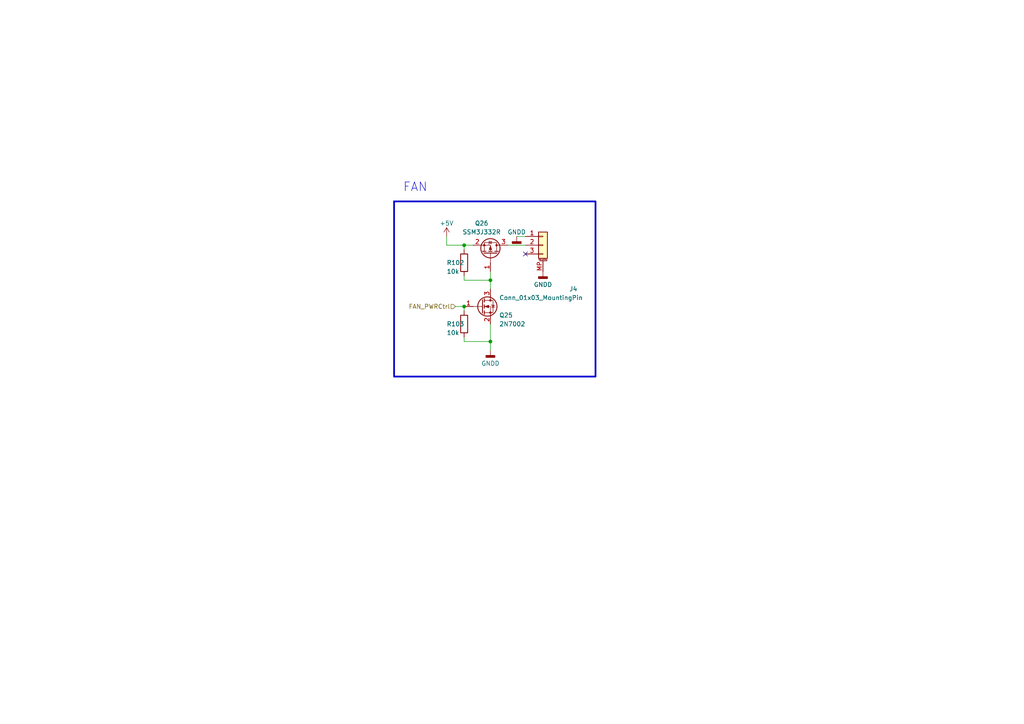
<source format=kicad_sch>
(kicad_sch (version 20230121) (generator eeschema)
  (paper "A4")
  (lib_symbols
    (symbol "Connector_Generic_MountingPin:Conn_01x03_MountingPin" (pin_names (offset 1.016) hide)
      (property "Reference" "J" (at 0 5.08 0))
      (property "Value" "Conn_01x03_MountingPin" (at 1.27 -5.08 0))
      (symbol "Conn_01x03_MountingPin_1_1"
        (rectangle (start -1.27 -2.413) (end 0 -2.667) (stroke (width 0.1524)))
        (rectangle (start -1.27 0.127) (end 0 -0.127) (stroke (width 0.1524)))
        (rectangle (start -1.27 2.667) (end 0 2.413) (stroke (width 0.1524)))
        (rectangle (start -1.27 3.81) (end 1.27 -3.81) (stroke (width 0.254)) (fill (type background)))
        (polyline (pts (xy -1.016 -4.572) (xy 1.016 -4.572)) (stroke (width 0.1524)))
        (text "Mounting" (at 0 -4.191 0) (effects (font (size 0.381 0.381))))
        (pin passive line (at -5.08 2.54 0) (length 3.81) (name "Pin_1") (number "1"))
        (pin passive line (at -5.08 0 0) (length 3.81) (name "Pin_2") (number "2"))
        (pin passive line (at -5.08 -2.54 0) (length 3.81) (name "Pin_3") (number "3"))
        (pin passive line (at 0 -7.62 90) (length 3.048) (name "MountPin") (number "MP"))
      )
    )
    (symbol "Device:Q_PMOS_GSD" (pin_names (offset 0) hide)
      (property "Reference" "Q" (at 5.08 1.27 0))
      (property "Value" "Q_PMOS_GSD" (at 5.08 -1.27 0))
      (symbol "Q_PMOS_GSD_0_1"
        (polyline (pts (xy 0.254 0) (xy -2.54 0)))
        (polyline (pts (xy 0.254 1.905) (xy 0.254 -1.905)) (stroke (width 0.254)))
        (polyline (pts (xy 0.762 -1.27) (xy 0.762 -2.286)) (stroke (width 0.254)))
        (polyline (pts (xy 0.762 0.508) (xy 0.762 -0.508)) (stroke (width 0.254)))
        (polyline (pts (xy 0.762 2.286) (xy 0.762 1.27)) (stroke (width 0.254)))
        (polyline (pts (xy 2.54 2.54) (xy 2.54 1.778)))
        (polyline (pts (xy 2.54 -2.54) (xy 2.54 0) (xy 0.762 0)))
        (polyline (pts (xy 0.762 1.778) (xy 3.302 1.778) (xy 3.302 -1.778) (xy 0.762 -1.778)))
        (polyline (pts (xy 2.286 0) (xy 1.27 0.381) (xy 1.27 -0.381) (xy 2.286 0)) (fill (type outline)))
        (polyline (pts (xy 2.794 -0.508) (xy 2.921 -0.381) (xy 3.683 -0.381) (xy 3.81 -0.254)))
        (polyline (pts (xy 3.302 -0.381) (xy 2.921 0.254) (xy 3.683 0.254) (xy 3.302 -0.381)))
        (circle (center 1.651 0) (radius 2.794) (stroke (width 0.254)))
        (circle (center 2.54 -1.778) (radius 0.254) (fill (type outline)))
        (circle (center 2.54 1.778) (radius 0.254) (fill (type outline)))
      )
      (symbol "Q_PMOS_GSD_1_1"
        (pin input line (at -5.08 0 0) (length 2.54) (name "G") (number "1"))
        (pin passive line (at 2.54 -5.08 90) (length 2.54) (name "S") (number "2"))
        (pin passive line (at 2.54 5.08 270) (length 2.54) (name "D") (number "3"))
      )
    )
    (symbol "Device:R" (pin_numbers hide) (pin_names (offset 0))
      (property "Reference" "R" (at 2.032 0 90))
      (property "Value" "R" (at 0 0 90))
      (symbol "R_0_1"
        (rectangle (start -1.016 -2.54) (end 1.016 2.54) (stroke (width 0.254)))
      )
      (symbol "R_1_1"
        (pin passive line (at 0 3.81 270) (length 1.27) (name "~") (number "1"))
        (pin passive line (at 0 -3.81 90) (length 1.27) (name "~") (number "2"))
      )
    )
    (symbol "Transistor_FET:2N7002" (pin_names hide)
      (property "Reference" "Q" (at 5.08 1.905 0))
      (property "Value" "2N7002" (at 5.08 0 0))
      (symbol "2N7002_0_1"
        (polyline (pts (xy 0.254 0) (xy -2.54 0)))
        (polyline (pts (xy 0.254 1.905) (xy 0.254 -1.905)) (stroke (width 0.254)))
        (polyline (pts (xy 0.762 -1.27) (xy 0.762 -2.286)) (stroke (width 0.254)))
        (polyline (pts (xy 0.762 0.508) (xy 0.762 -0.508)) (stroke (width 0.254)))
        (polyline (pts (xy 0.762 2.286) (xy 0.762 1.27)) (stroke (width 0.254)))
        (polyline (pts (xy 2.54 2.54) (xy 2.54 1.778)))
        (polyline (pts (xy 2.54 -2.54) (xy 2.54 0) (xy 0.762 0)))
        (polyline (pts (xy 0.762 -1.778) (xy 3.302 -1.778) (xy 3.302 1.778) (xy 0.762 1.778)))
        (polyline (pts (xy 1.016 0) (xy 2.032 0.381) (xy 2.032 -0.381) (xy 1.016 0)) (fill (type outline)))
        (polyline (pts (xy 2.794 0.508) (xy 2.921 0.381) (xy 3.683 0.381) (xy 3.81 0.254)))
        (polyline (pts (xy 3.302 0.381) (xy 2.921 -0.254) (xy 3.683 -0.254) (xy 3.302 0.381)))
        (circle (center 1.651 0) (radius 2.794) (stroke (width 0.254)))
        (circle (center 2.54 -1.778) (radius 0.254) (fill (type outline)))
        (circle (center 2.54 1.778) (radius 0.254) (fill (type outline)))
      )
      (symbol "2N7002_1_1"
        (pin input line (at -5.08 0 0) (length 2.54) (name "G") (number "1"))
        (pin passive line (at 2.54 -5.08 90) (length 2.54) (name "S") (number "2"))
        (pin passive line (at 2.54 5.08 270) (length 2.54) (name "D") (number "3"))
      )
    )
    (symbol "power:+5V" (power) (pin_names (offset 0))
      (property "Value" "+5V" (at 0 3.556 0))
      (symbol "+5V_0_1"
        (polyline (pts (xy -0.762 1.27) (xy 0 2.54)))
        (polyline (pts (xy 0 0) (xy 0 2.54)))
        (polyline (pts (xy 0 2.54) (xy 0.762 1.27)))
      )
      (symbol "+5V_1_1"
        (pin power_in line (at 0 0 90) (length 0) hide (name "+5V") (number "1"))
      )
    )
    (symbol "power:GNDD" (power) (pin_names (offset 0))
      (property "Value" "GNDD" (at 0 -3.175 0))
      (symbol "GNDD_0_1"
        (rectangle (start -1.27 -1.524) (end 1.27 -2.032) (stroke (width 0.254)) (fill (type outline)))
        (polyline (pts (xy 0 0) (xy 0 -1.524)))
      )
      (symbol "GNDD_1_1"
        (pin power_in line (at 0 0 270) (length 0) hide (name "GNDD") (number "1"))
      )
    )
  )
  (junction (at 142.24 99.06))
  (junction (at 134.62 88.9))
  (junction (at 134.62 71.12))
  (junction (at 142.24 81.28))
  (no_connect (at 152.4 73.66))
  (wire (pts (xy 142.24 99.06) (xy 142.24 93.98)))
  (wire (pts (xy 142.24 101.6) (xy 142.24 99.06)))
  (wire (pts (xy 132.08 88.9) (xy 134.62 88.9)))
  (wire (pts (xy 152.4 71.12) (xy 147.32 71.12)))
  (wire (pts (xy 134.62 80.01) (xy 134.62 81.28)))
  (wire (pts (xy 134.62 72.39) (xy 134.62 71.12)))
  (wire (pts (xy 134.62 88.9) (xy 134.62 90.17)))
  (wire (pts (xy 129.54 68.58) (xy 129.54 71.12)))
  (wire (pts (xy 129.54 71.12) (xy 134.62 71.12)))
  (wire (pts (xy 142.24 81.28) (xy 142.24 78.74)))
  (wire (pts (xy 142.24 83.82) (xy 142.24 81.28)))
  (wire (pts (xy 134.62 97.79) (xy 134.62 99.06)))
  (wire (pts (xy 152.4 68.58) (xy 149.86 68.58)))
  (wire (pts (xy 134.62 99.06) (xy 142.24 99.06)))
  (wire (pts (xy 134.62 81.28) (xy 142.24 81.28)))
  (wire (pts (xy 134.62 71.12) (xy 137.16 71.12)))
  (rectangle (start 114.3 58.42) (end 172.72 109.22) (stroke (width 0.5)))
  (text "FAN" (at 116.84 55.88 0) (effects (font (size 2.54 2.54)) (justify left bottom)))
  (hierarchical_label "FAN_PWRCtrl" (shape input) (at 132.08 88.9 180))
  (symbol (lib_id "power:+5V") (at 129.54 68.58 0) (unit 1)
    (property "Reference" "#PWR0123" (effects hide))
    (property "Value" "+5V" (at 129.54 64.77 0))
  )
  (symbol (lib_id "Device:Q_PMOS_GSD") (at 142.24 73.66 270) (mirror x) (unit 1)
    (property "Reference" "Q26" (at 139.7 64.77 90))
    (property "Value" "SSM3J332R" (at 139.7 67.31 90))
    (property "Footprint" "Package_TO_SOT_SMD:SOT-23W" (effects hide))
  )
  (symbol (lib_id "Transistor_FET:2N7002") (at 139.7 88.9 0) (unit 1)
    (property "Reference" "Q25" (at 144.78 91.44 0) (effects (justify left)))
    (property "Value" "2N7002" (at 144.78 93.98 0) (effects (justify left)))
    (property "Footprint" "Package_TO_SOT_SMD:SOT-23" (effects hide))
    (property "Datasheet" "https://www.onsemi.com/pub/Collateral/NDS7002A-D.PDF" (effects hide))
  )
  (symbol (lib_id "power:GNDD") (at 157.48 78.74 0) (unit 1)
    (property "Reference" "#PWR0128" (effects hide))
    (property "Value" "GNDD" (at 157.48 82.55 0))
  )
  (symbol (lib_id "Connector_Generic_MountingPin:Conn_01x03_MountingPin") (at 157.48 71.12 0) (unit 1)
    (property "Reference" "J4" (at 165.1 83.82 0) (effects (justify left)))
    (property "Value" "Conn_01x03_MountingPin" (at 144.78 86.36 0) (effects (justify left)))
    (property "Footprint" "Connector_Molex:Molex_PicoBlade_53398-0371_1x03-1MP_P1.25mm_Vertical" (effects hide))
  )
  (symbol (lib_id "Device:R") (at 134.62 76.2 180) (unit 1)
    (property "Reference" "R102" (at 129.54 76.2 0) (effects (justify right)))
    (property "Value" "10k" (at 129.54 78.74 0) (effects (justify right)))
    (property "Footprint" "Resistor_SMD:R_0402_1005Metric" (effects hide))
  )
  (symbol (lib_id "power:GNDD") (at 142.24 101.6 0) (unit 1)
    (property "Reference" "#PWR0130" (effects hide))
    (property "Value" "GNDD" (at 142.24 105.41 0))
  )
  (symbol (lib_id "Device:R") (at 134.62 93.98 180) (unit 1)
    (property "Reference" "R103" (at 129.54 93.98 0) (effects (justify right)))
    (property "Value" "10k" (at 129.54 96.52 0) (effects (justify right)))
    (property "Footprint" "Resistor_SMD:R_0402_1005Metric" (effects hide))
  )
  (symbol (lib_id "power:GNDD") (at 149.86 68.58 0) (unit 1)
    (property "Reference" "#PWR0131" (effects hide))
    (property "Value" "GNDD" (at 149.86 67.31 0))
  )
)
</source>
